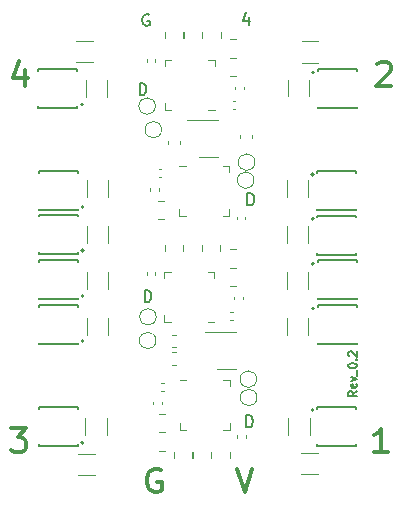
<source format=gbr>
%TF.GenerationSoftware,KiCad,Pcbnew,7.0.4*%
%TF.CreationDate,2023-05-25T14:45:12+03:00*%
%TF.ProjectId,fpv_findland_esc,6670765f-6669-46e6-946c-616e645f6573,Rev_0.2*%
%TF.SameCoordinates,Original*%
%TF.FileFunction,Legend,Top*%
%TF.FilePolarity,Positive*%
%FSLAX46Y46*%
G04 Gerber Fmt 4.6, Leading zero omitted, Abs format (unit mm)*
G04 Created by KiCad (PCBNEW 7.0.4) date 2023-05-25 14:45:12*
%MOMM*%
%LPD*%
G01*
G04 APERTURE LIST*
%ADD10C,0.150000*%
%ADD11C,0.300000*%
%ADD12C,0.120000*%
%ADD13C,0.127000*%
%ADD14C,0.200000*%
G04 APERTURE END LIST*
D10*
X148966533Y-86284649D02*
X148633200Y-86517982D01*
X148966533Y-86684649D02*
X148266533Y-86684649D01*
X148266533Y-86684649D02*
X148266533Y-86417982D01*
X148266533Y-86417982D02*
X148299866Y-86351316D01*
X148299866Y-86351316D02*
X148333200Y-86317982D01*
X148333200Y-86317982D02*
X148399866Y-86284649D01*
X148399866Y-86284649D02*
X148499866Y-86284649D01*
X148499866Y-86284649D02*
X148566533Y-86317982D01*
X148566533Y-86317982D02*
X148599866Y-86351316D01*
X148599866Y-86351316D02*
X148633200Y-86417982D01*
X148633200Y-86417982D02*
X148633200Y-86684649D01*
X148933200Y-85717982D02*
X148966533Y-85784649D01*
X148966533Y-85784649D02*
X148966533Y-85917982D01*
X148966533Y-85917982D02*
X148933200Y-85984649D01*
X148933200Y-85984649D02*
X148866533Y-86017982D01*
X148866533Y-86017982D02*
X148599866Y-86017982D01*
X148599866Y-86017982D02*
X148533200Y-85984649D01*
X148533200Y-85984649D02*
X148499866Y-85917982D01*
X148499866Y-85917982D02*
X148499866Y-85784649D01*
X148499866Y-85784649D02*
X148533200Y-85717982D01*
X148533200Y-85717982D02*
X148599866Y-85684649D01*
X148599866Y-85684649D02*
X148666533Y-85684649D01*
X148666533Y-85684649D02*
X148733200Y-86017982D01*
X148499866Y-85451316D02*
X148966533Y-85284649D01*
X148966533Y-85284649D02*
X148499866Y-85117982D01*
X149033200Y-85017983D02*
X149033200Y-84484649D01*
X148266533Y-84184650D02*
X148266533Y-84117983D01*
X148266533Y-84117983D02*
X148299866Y-84051316D01*
X148299866Y-84051316D02*
X148333200Y-84017983D01*
X148333200Y-84017983D02*
X148399866Y-83984650D01*
X148399866Y-83984650D02*
X148533200Y-83951316D01*
X148533200Y-83951316D02*
X148699866Y-83951316D01*
X148699866Y-83951316D02*
X148833200Y-83984650D01*
X148833200Y-83984650D02*
X148899866Y-84017983D01*
X148899866Y-84017983D02*
X148933200Y-84051316D01*
X148933200Y-84051316D02*
X148966533Y-84117983D01*
X148966533Y-84117983D02*
X148966533Y-84184650D01*
X148966533Y-84184650D02*
X148933200Y-84251316D01*
X148933200Y-84251316D02*
X148899866Y-84284650D01*
X148899866Y-84284650D02*
X148833200Y-84317983D01*
X148833200Y-84317983D02*
X148699866Y-84351316D01*
X148699866Y-84351316D02*
X148533200Y-84351316D01*
X148533200Y-84351316D02*
X148399866Y-84317983D01*
X148399866Y-84317983D02*
X148333200Y-84284650D01*
X148333200Y-84284650D02*
X148299866Y-84251316D01*
X148299866Y-84251316D02*
X148266533Y-84184650D01*
X148899866Y-83651316D02*
X148933200Y-83617983D01*
X148933200Y-83617983D02*
X148966533Y-83651316D01*
X148966533Y-83651316D02*
X148933200Y-83684649D01*
X148933200Y-83684649D02*
X148899866Y-83651316D01*
X148899866Y-83651316D02*
X148966533Y-83651316D01*
X148333200Y-83351316D02*
X148299866Y-83317983D01*
X148299866Y-83317983D02*
X148266533Y-83251316D01*
X148266533Y-83251316D02*
X148266533Y-83084650D01*
X148266533Y-83084650D02*
X148299866Y-83017983D01*
X148299866Y-83017983D02*
X148333200Y-82984650D01*
X148333200Y-82984650D02*
X148399866Y-82951316D01*
X148399866Y-82951316D02*
X148466533Y-82951316D01*
X148466533Y-82951316D02*
X148566533Y-82984650D01*
X148566533Y-82984650D02*
X148966533Y-83384650D01*
X148966533Y-83384650D02*
X148966533Y-82951316D01*
X139714411Y-70569819D02*
X139714411Y-69569819D01*
X139714411Y-69569819D02*
X139952506Y-69569819D01*
X139952506Y-69569819D02*
X140095363Y-69617438D01*
X140095363Y-69617438D02*
X140190601Y-69712676D01*
X140190601Y-69712676D02*
X140238220Y-69807914D01*
X140238220Y-69807914D02*
X140285839Y-69998390D01*
X140285839Y-69998390D02*
X140285839Y-70141247D01*
X140285839Y-70141247D02*
X140238220Y-70331723D01*
X140238220Y-70331723D02*
X140190601Y-70426961D01*
X140190601Y-70426961D02*
X140095363Y-70522200D01*
X140095363Y-70522200D02*
X139952506Y-70569819D01*
X139952506Y-70569819D02*
X139714411Y-70569819D01*
D11*
X151596177Y-91489638D02*
X150453320Y-91489638D01*
X151024748Y-91489638D02*
X151024748Y-89489638D01*
X151024748Y-89489638D02*
X150834272Y-89775352D01*
X150834272Y-89775352D02*
X150643796Y-89965828D01*
X150643796Y-89965828D02*
X150453320Y-90061066D01*
X120855701Y-59156304D02*
X120855701Y-60489638D01*
X120379510Y-58394400D02*
X119903320Y-59822971D01*
X119903320Y-59822971D02*
X121141415Y-59822971D01*
D10*
X139815601Y-54628152D02*
X139815601Y-55294819D01*
X139577506Y-54247200D02*
X139339411Y-54961485D01*
X139339411Y-54961485D02*
X139958458Y-54961485D01*
X130589411Y-61244819D02*
X130589411Y-60244819D01*
X130589411Y-60244819D02*
X130827506Y-60244819D01*
X130827506Y-60244819D02*
X130970363Y-60292438D01*
X130970363Y-60292438D02*
X131065601Y-60387676D01*
X131065601Y-60387676D02*
X131113220Y-60482914D01*
X131113220Y-60482914D02*
X131160839Y-60673390D01*
X131160839Y-60673390D02*
X131160839Y-60816247D01*
X131160839Y-60816247D02*
X131113220Y-61006723D01*
X131113220Y-61006723D02*
X131065601Y-61101961D01*
X131065601Y-61101961D02*
X130970363Y-61197200D01*
X130970363Y-61197200D02*
X130827506Y-61244819D01*
X130827506Y-61244819D02*
X130589411Y-61244819D01*
X131014411Y-78769819D02*
X131014411Y-77769819D01*
X131014411Y-77769819D02*
X131252506Y-77769819D01*
X131252506Y-77769819D02*
X131395363Y-77817438D01*
X131395363Y-77817438D02*
X131490601Y-77912676D01*
X131490601Y-77912676D02*
X131538220Y-78007914D01*
X131538220Y-78007914D02*
X131585839Y-78198390D01*
X131585839Y-78198390D02*
X131585839Y-78341247D01*
X131585839Y-78341247D02*
X131538220Y-78531723D01*
X131538220Y-78531723D02*
X131490601Y-78626961D01*
X131490601Y-78626961D02*
X131395363Y-78722200D01*
X131395363Y-78722200D02*
X131252506Y-78769819D01*
X131252506Y-78769819D02*
X131014411Y-78769819D01*
X131388220Y-54442438D02*
X131292982Y-54394819D01*
X131292982Y-54394819D02*
X131150125Y-54394819D01*
X131150125Y-54394819D02*
X131007268Y-54442438D01*
X131007268Y-54442438D02*
X130912030Y-54537676D01*
X130912030Y-54537676D02*
X130864411Y-54632914D01*
X130864411Y-54632914D02*
X130816792Y-54823390D01*
X130816792Y-54823390D02*
X130816792Y-54966247D01*
X130816792Y-54966247D02*
X130864411Y-55156723D01*
X130864411Y-55156723D02*
X130912030Y-55251961D01*
X130912030Y-55251961D02*
X131007268Y-55347200D01*
X131007268Y-55347200D02*
X131150125Y-55394819D01*
X131150125Y-55394819D02*
X131245363Y-55394819D01*
X131245363Y-55394819D02*
X131388220Y-55347200D01*
X131388220Y-55347200D02*
X131435839Y-55299580D01*
X131435839Y-55299580D02*
X131435839Y-54966247D01*
X131435839Y-54966247D02*
X131245363Y-54966247D01*
D11*
X150728320Y-58630114D02*
X150823558Y-58534876D01*
X150823558Y-58534876D02*
X151014034Y-58439638D01*
X151014034Y-58439638D02*
X151490225Y-58439638D01*
X151490225Y-58439638D02*
X151680701Y-58534876D01*
X151680701Y-58534876D02*
X151775939Y-58630114D01*
X151775939Y-58630114D02*
X151871177Y-58820590D01*
X151871177Y-58820590D02*
X151871177Y-59011066D01*
X151871177Y-59011066D02*
X151775939Y-59296780D01*
X151775939Y-59296780D02*
X150633082Y-60439638D01*
X150633082Y-60439638D02*
X151871177Y-60439638D01*
X132371177Y-92959876D02*
X132180701Y-92864638D01*
X132180701Y-92864638D02*
X131894987Y-92864638D01*
X131894987Y-92864638D02*
X131609272Y-92959876D01*
X131609272Y-92959876D02*
X131418796Y-93150352D01*
X131418796Y-93150352D02*
X131323558Y-93340828D01*
X131323558Y-93340828D02*
X131228320Y-93721780D01*
X131228320Y-93721780D02*
X131228320Y-94007495D01*
X131228320Y-94007495D02*
X131323558Y-94388447D01*
X131323558Y-94388447D02*
X131418796Y-94578923D01*
X131418796Y-94578923D02*
X131609272Y-94769400D01*
X131609272Y-94769400D02*
X131894987Y-94864638D01*
X131894987Y-94864638D02*
X132085463Y-94864638D01*
X132085463Y-94864638D02*
X132371177Y-94769400D01*
X132371177Y-94769400D02*
X132466415Y-94674161D01*
X132466415Y-94674161D02*
X132466415Y-94007495D01*
X132466415Y-94007495D02*
X132085463Y-94007495D01*
X119733082Y-89464638D02*
X120971177Y-89464638D01*
X120971177Y-89464638D02*
X120304510Y-90226542D01*
X120304510Y-90226542D02*
X120590225Y-90226542D01*
X120590225Y-90226542D02*
X120780701Y-90321780D01*
X120780701Y-90321780D02*
X120875939Y-90417019D01*
X120875939Y-90417019D02*
X120971177Y-90607495D01*
X120971177Y-90607495D02*
X120971177Y-91083685D01*
X120971177Y-91083685D02*
X120875939Y-91274161D01*
X120875939Y-91274161D02*
X120780701Y-91369400D01*
X120780701Y-91369400D02*
X120590225Y-91464638D01*
X120590225Y-91464638D02*
X120018796Y-91464638D01*
X120018796Y-91464638D02*
X119828320Y-91369400D01*
X119828320Y-91369400D02*
X119733082Y-91274161D01*
X138812844Y-92864638D02*
X139479510Y-94864638D01*
X139479510Y-94864638D02*
X140146177Y-92864638D01*
D10*
X139614411Y-89369819D02*
X139614411Y-88369819D01*
X139614411Y-88369819D02*
X139852506Y-88369819D01*
X139852506Y-88369819D02*
X139995363Y-88417438D01*
X139995363Y-88417438D02*
X140090601Y-88512676D01*
X140090601Y-88512676D02*
X140138220Y-88607914D01*
X140138220Y-88607914D02*
X140185839Y-88798390D01*
X140185839Y-88798390D02*
X140185839Y-88941247D01*
X140185839Y-88941247D02*
X140138220Y-89131723D01*
X140138220Y-89131723D02*
X140090601Y-89226961D01*
X140090601Y-89226961D02*
X139995363Y-89322200D01*
X139995363Y-89322200D02*
X139852506Y-89369819D01*
X139852506Y-89369819D02*
X139614411Y-89369819D01*
D12*
%TO.C,RN24*%
X135895000Y-55925000D02*
X135895000Y-56425000D01*
X137455000Y-55925000D02*
X137455000Y-56425000D01*
%TO.C,RN8*%
X136630000Y-91975000D02*
X136630000Y-91475000D01*
X135070000Y-91975000D02*
X135070000Y-91475000D01*
D13*
%TO.C,Q14*%
X148950000Y-71450000D02*
X148950000Y-71595000D01*
X145650000Y-71450000D02*
X148950000Y-71450000D01*
X145650000Y-71595000D02*
X145650000Y-71450000D01*
X148950000Y-74605000D02*
X148950000Y-74750000D01*
X148950000Y-74750000D02*
X145650000Y-74750000D01*
X145650000Y-74750000D02*
X145650000Y-74605000D01*
D14*
X145350000Y-71725000D02*
G75*
G03*
X145350000Y-71725000I-100000J0D01*
G01*
D12*
%TO.C,C63*%
X127935000Y-80138748D02*
X127935000Y-81561252D01*
X126115000Y-80138748D02*
X126115000Y-81561252D01*
D13*
%TO.C,Q10*%
X122062500Y-71000000D02*
X122062500Y-70855000D01*
X125362500Y-71000000D02*
X122062500Y-71000000D01*
X125362500Y-70855000D02*
X125362500Y-71000000D01*
X122062500Y-67845000D02*
X122062500Y-67700000D01*
X122062500Y-67700000D02*
X125362500Y-67700000D01*
X125362500Y-67700000D02*
X125362500Y-67845000D01*
D14*
X125862500Y-70725000D02*
G75*
G03*
X125862500Y-70725000I-100000J0D01*
G01*
D12*
%TO.C,RN14*%
X132125000Y-71755000D02*
X132625000Y-71755000D01*
X132125000Y-70195000D02*
X132625000Y-70195000D01*
D13*
%TO.C,Q18*%
X148975000Y-59075000D02*
X148975000Y-59220000D01*
X145675000Y-59075000D02*
X148975000Y-59075000D01*
X145675000Y-59220000D02*
X145675000Y-59075000D01*
X148975000Y-62230000D02*
X148975000Y-62375000D01*
X148975000Y-62375000D02*
X145675000Y-62375000D01*
X145675000Y-62375000D02*
X145675000Y-62230000D01*
D14*
X145375000Y-59350000D02*
G75*
G03*
X145375000Y-59350000I-100000J0D01*
G01*
D12*
%TO.C,C32*%
X133640580Y-84060000D02*
X133359420Y-84060000D01*
X133640580Y-83040000D02*
X133359420Y-83040000D01*
%TO.C,C15*%
X131190000Y-58445336D02*
X131190000Y-58229664D01*
X131910000Y-58445336D02*
X131910000Y-58229664D01*
%TO.C,TP5*%
X131925000Y-62175000D02*
G75*
G03*
X131925000Y-62175000I-700000J0D01*
G01*
%TO.C,C57*%
X126115000Y-69861252D02*
X126115000Y-68438748D01*
X127935000Y-69861252D02*
X127935000Y-68438748D01*
%TO.C,C64*%
X126115000Y-77661252D02*
X126115000Y-76238748D01*
X127935000Y-77661252D02*
X127935000Y-76238748D01*
%TO.C,C49*%
X144885000Y-72338748D02*
X144885000Y-73761252D01*
X143065000Y-72338748D02*
X143065000Y-73761252D01*
%TO.C,C16*%
X139410000Y-60542164D02*
X139410000Y-60757836D01*
X138690000Y-60542164D02*
X138690000Y-60757836D01*
%TO.C,RN28*%
X132719503Y-73925000D02*
X132719503Y-74425000D01*
X134279503Y-73925000D02*
X134279503Y-74425000D01*
%TO.C,U1*%
X133990000Y-89560000D02*
X133990000Y-89010000D01*
X134540000Y-85340000D02*
X133990000Y-85340000D01*
X134540000Y-89560000D02*
X133990000Y-89560000D01*
X137660000Y-85340000D02*
X138210000Y-85340000D01*
X137660000Y-89560000D02*
X138210000Y-89560000D01*
X138210000Y-85340000D02*
X138210000Y-85890000D01*
X138210000Y-89560000D02*
X138210000Y-89010000D01*
%TO.C,C5*%
X139535000Y-71542164D02*
X139535000Y-71757836D01*
X138815000Y-71542164D02*
X138815000Y-71757836D01*
%TO.C,C1*%
X139585000Y-90042164D02*
X139585000Y-90257836D01*
X138865000Y-90042164D02*
X138865000Y-90257836D01*
%TO.C,C4*%
X131765000Y-87432836D02*
X131765000Y-87217164D01*
X132485000Y-87432836D02*
X132485000Y-87217164D01*
%TO.C,RN4*%
X132200000Y-91342500D02*
X132700000Y-91342500D01*
X132200000Y-89782500D02*
X132700000Y-89782500D01*
%TO.C,C23*%
X131189503Y-76457836D02*
X131189503Y-76242164D01*
X131909503Y-76457836D02*
X131909503Y-76242164D01*
%TO.C,C52*%
X145711252Y-93360000D02*
X144288748Y-93360000D01*
X145711252Y-91540000D02*
X144288748Y-91540000D01*
%TO.C,C58*%
X127935000Y-72338748D02*
X127935000Y-73761252D01*
X126115000Y-72338748D02*
X126115000Y-73761252D01*
%TO.C,C30*%
X133640580Y-82585000D02*
X133359420Y-82585000D01*
X133640580Y-81565000D02*
X133359420Y-81565000D01*
%TO.C,TP6*%
X132450000Y-64175000D02*
G75*
G03*
X132450000Y-64175000I-700000J0D01*
G01*
%TO.C,C18*%
X138492164Y-61715000D02*
X138707836Y-61715000D01*
X138492164Y-62435000D02*
X138707836Y-62435000D01*
%TO.C,C31*%
X134035000Y-65109420D02*
X134035000Y-65390580D01*
X133015000Y-65109420D02*
X133015000Y-65390580D01*
D13*
%TO.C,Q22*%
X148962500Y-79050000D02*
X148962500Y-79195000D01*
X145662500Y-79050000D02*
X148962500Y-79050000D01*
X145662500Y-79195000D02*
X145662500Y-79050000D01*
X148962500Y-82205000D02*
X148962500Y-82350000D01*
X148962500Y-82350000D02*
X145662500Y-82350000D01*
X145662500Y-82350000D02*
X145662500Y-82205000D01*
D14*
X145362500Y-79325000D02*
G75*
G03*
X145362500Y-79325000I-100000J0D01*
G01*
D12*
%TO.C,RN30*%
X138724503Y-75870000D02*
X138224503Y-75870000D01*
X138724503Y-77430000D02*
X138224503Y-77430000D01*
%TO.C,C68*%
X145736252Y-58510000D02*
X144313748Y-58510000D01*
X145736252Y-56690000D02*
X144313748Y-56690000D01*
%TO.C,C55*%
X144985000Y-88613748D02*
X144985000Y-90036252D01*
X143165000Y-88613748D02*
X143165000Y-90036252D01*
D13*
%TO.C,Q24*%
X148962500Y-75250000D02*
X148962500Y-75395000D01*
X145662500Y-75250000D02*
X148962500Y-75250000D01*
X145662500Y-75395000D02*
X145662500Y-75250000D01*
X148962500Y-78405000D02*
X148962500Y-78550000D01*
X148962500Y-78550000D02*
X145662500Y-78550000D01*
X145662500Y-78550000D02*
X145662500Y-78405000D01*
D14*
X145362500Y-75525000D02*
G75*
G03*
X145362500Y-75525000I-100000J0D01*
G01*
D12*
%TO.C,C51*%
X125363748Y-91615000D02*
X126786252Y-91615000D01*
X125363748Y-93435000D02*
X126786252Y-93435000D01*
%TO.C,TP8*%
X131975000Y-82025000D02*
G75*
G03*
X131975000Y-82025000I-700000J0D01*
G01*
%TO.C,C48*%
X143065000Y-69861252D02*
X143065000Y-68438748D01*
X144885000Y-69861252D02*
X144885000Y-68438748D01*
D13*
%TO.C,Q16*%
X148925000Y-67700000D02*
X148925000Y-67845000D01*
X145625000Y-67700000D02*
X148925000Y-67700000D01*
X145625000Y-67845000D02*
X145625000Y-67700000D01*
X148925000Y-70855000D02*
X148925000Y-71000000D01*
X148925000Y-71000000D02*
X145625000Y-71000000D01*
X145625000Y-71000000D02*
X145625000Y-70855000D01*
D14*
X145325000Y-67975000D02*
G75*
G03*
X145325000Y-67975000I-100000J0D01*
G01*
D12*
%TO.C,TP4*%
X140350000Y-66925000D02*
G75*
G03*
X140350000Y-66925000I-700000J0D01*
G01*
D13*
%TO.C,Q20*%
X148937500Y-87650000D02*
X148937500Y-87795000D01*
X145637500Y-87650000D02*
X148937500Y-87650000D01*
X145637500Y-87795000D02*
X145637500Y-87650000D01*
X148937500Y-90805000D02*
X148937500Y-90950000D01*
X148937500Y-90950000D02*
X145637500Y-90950000D01*
X145637500Y-90950000D02*
X145637500Y-90805000D01*
D14*
X145337500Y-87925000D02*
G75*
G03*
X145337500Y-87925000I-100000J0D01*
G01*
D12*
%TO.C,C50*%
X144885000Y-80138748D02*
X144885000Y-81561252D01*
X143065000Y-80138748D02*
X143065000Y-81561252D01*
%TO.C,RN32*%
X135869503Y-73925000D02*
X135869503Y-74425000D01*
X137429503Y-73925000D02*
X137429503Y-74425000D01*
%TO.C,C25*%
X138266667Y-79590000D02*
X138482339Y-79590000D01*
X138266667Y-80310000D02*
X138482339Y-80310000D01*
%TO.C,RN6*%
X132200000Y-89792500D02*
X132700000Y-89792500D01*
X132200000Y-88232500D02*
X132700000Y-88232500D01*
%TO.C,RN7*%
X138230000Y-91975000D02*
X138230000Y-91475000D01*
X136670000Y-91975000D02*
X136670000Y-91475000D01*
%TO.C,C40*%
X125238748Y-56640000D02*
X126661252Y-56640000D01*
X125238748Y-58460000D02*
X126661252Y-58460000D01*
%TO.C,U9*%
X137925000Y-81290000D02*
X136125000Y-81290000D01*
X137925000Y-81290000D02*
X138725000Y-81290000D01*
X137925000Y-84410000D02*
X137125000Y-84410000D01*
X137925000Y-84410000D02*
X138725000Y-84410000D01*
%TO.C,TP1*%
X140525000Y-86850000D02*
G75*
G03*
X140525000Y-86850000I-700000J0D01*
G01*
D13*
%TO.C,Q4*%
X122050000Y-82350000D02*
X122050000Y-82205000D01*
X125350000Y-82350000D02*
X122050000Y-82350000D01*
X125350000Y-82205000D02*
X125350000Y-82350000D01*
X122050000Y-79195000D02*
X122050000Y-79050000D01*
X122050000Y-79050000D02*
X125350000Y-79050000D01*
X125350000Y-79050000D02*
X125350000Y-79195000D01*
D14*
X125850000Y-82075000D02*
G75*
G03*
X125850000Y-82075000I-100000J0D01*
G01*
D12*
%TO.C,RN29*%
X134294503Y-73925000D02*
X134294503Y-74425000D01*
X135854503Y-73925000D02*
X135854503Y-74425000D01*
%TO.C,C71*%
X143140000Y-61361252D02*
X143140000Y-59938748D01*
X144960000Y-61361252D02*
X144960000Y-59938748D01*
%TO.C,RN5*%
X135030000Y-91975000D02*
X135030000Y-91475000D01*
X133470000Y-91975000D02*
X133470000Y-91475000D01*
%TO.C,U3*%
X133940000Y-71460000D02*
X133940000Y-70910000D01*
X134490000Y-67240000D02*
X133940000Y-67240000D01*
X134490000Y-71460000D02*
X133940000Y-71460000D01*
X137610000Y-67240000D02*
X138160000Y-67240000D01*
X137610000Y-71460000D02*
X138160000Y-71460000D01*
X138160000Y-67240000D02*
X138160000Y-67790000D01*
X138160000Y-71460000D02*
X138160000Y-70910000D01*
%TO.C,TP2*%
X140500000Y-85300000D02*
G75*
G03*
X140500000Y-85300000I-700000J0D01*
G01*
%TO.C,U5*%
X136960000Y-58265000D02*
X136960000Y-58815000D01*
X136410000Y-62485000D02*
X136960000Y-62485000D01*
X136410000Y-58265000D02*
X136960000Y-58265000D01*
X133290000Y-62485000D02*
X132740000Y-62485000D01*
X133290000Y-58265000D02*
X132740000Y-58265000D01*
X132740000Y-62485000D02*
X132740000Y-61935000D01*
X132740000Y-58265000D02*
X132740000Y-58815000D01*
D13*
%TO.C,Q6*%
X122050000Y-90950000D02*
X122050000Y-90805000D01*
X125350000Y-90950000D02*
X122050000Y-90950000D01*
X125350000Y-90805000D02*
X125350000Y-90950000D01*
X122050000Y-87795000D02*
X122050000Y-87650000D01*
X122050000Y-87650000D02*
X125350000Y-87650000D01*
X125350000Y-87650000D02*
X125350000Y-87795000D01*
D14*
X125850000Y-90675000D02*
G75*
G03*
X125850000Y-90675000I-100000J0D01*
G01*
D12*
%TO.C,RN31*%
X138724503Y-74295000D02*
X138224503Y-74295000D01*
X138724503Y-75855000D02*
X138224503Y-75855000D01*
D13*
%TO.C,Q1*%
X122050000Y-78550000D02*
X122050000Y-78405000D01*
X125350000Y-78550000D02*
X122050000Y-78550000D01*
X125350000Y-78405000D02*
X125350000Y-78550000D01*
X122050000Y-75395000D02*
X122050000Y-75250000D01*
X122050000Y-75250000D02*
X125350000Y-75250000D01*
X125350000Y-75250000D02*
X125350000Y-75395000D01*
D14*
X125850000Y-78275000D02*
G75*
G03*
X125850000Y-78275000I-100000J0D01*
G01*
D12*
%TO.C,TP7*%
X132000000Y-80025000D02*
G75*
G03*
X132000000Y-80025000I-700000J0D01*
G01*
%TO.C,RN22*%
X138750000Y-58095000D02*
X138250000Y-58095000D01*
X138750000Y-59655000D02*
X138250000Y-59655000D01*
%TO.C,C8*%
X132407836Y-68185000D02*
X132192164Y-68185000D01*
X132407836Y-67465000D02*
X132192164Y-67465000D01*
%TO.C,RN21*%
X134320000Y-55925000D02*
X134320000Y-56425000D01*
X135880000Y-55925000D02*
X135880000Y-56425000D01*
%TO.C,C13*%
X132657836Y-86310000D02*
X132442164Y-86310000D01*
X132657836Y-85590000D02*
X132442164Y-85590000D01*
%TO.C,C38*%
X126015000Y-61386252D02*
X126015000Y-59963748D01*
X127835000Y-61386252D02*
X127835000Y-59963748D01*
%TO.C,C29*%
X140135000Y-64584420D02*
X140135000Y-64865580D01*
X139115000Y-64584420D02*
X139115000Y-64865580D01*
D13*
%TO.C,Q8*%
X122012500Y-62325000D02*
X122012500Y-62180000D01*
X125312500Y-62325000D02*
X122012500Y-62325000D01*
X125312500Y-62180000D02*
X125312500Y-62325000D01*
X122012500Y-59170000D02*
X122012500Y-59025000D01*
X122012500Y-59025000D02*
X125312500Y-59025000D01*
X125312500Y-59025000D02*
X125312500Y-59170000D01*
D14*
X125812500Y-62050000D02*
G75*
G03*
X125812500Y-62050000I-100000J0D01*
G01*
D12*
%TO.C,C53*%
X127810000Y-88613748D02*
X127810000Y-90036252D01*
X125990000Y-88613748D02*
X125990000Y-90036252D01*
%TO.C,C6*%
X131490000Y-69332836D02*
X131490000Y-69117164D01*
X132210000Y-69332836D02*
X132210000Y-69117164D01*
D13*
%TO.C,Q12*%
X122050000Y-74675000D02*
X122050000Y-74530000D01*
X125350000Y-74675000D02*
X122050000Y-74675000D01*
X125350000Y-74530000D02*
X125350000Y-74675000D01*
X122050000Y-71520000D02*
X122050000Y-71375000D01*
X122050000Y-71375000D02*
X125350000Y-71375000D01*
X125350000Y-71375000D02*
X125350000Y-71520000D01*
D14*
X125850000Y-74400000D02*
G75*
G03*
X125850000Y-74400000I-100000J0D01*
G01*
D12*
%TO.C,RN20*%
X132745000Y-55925000D02*
X132745000Y-56425000D01*
X134305000Y-55925000D02*
X134305000Y-56425000D01*
%TO.C,TP3*%
X140275000Y-68450000D02*
G75*
G03*
X140275000Y-68450000I-700000J0D01*
G01*
%TO.C,RN23*%
X138750000Y-56520000D02*
X138250000Y-56520000D01*
X138750000Y-58080000D02*
X138250000Y-58080000D01*
%TO.C,U11*%
X136400000Y-63365000D02*
X134600000Y-63365000D01*
X136400000Y-63365000D02*
X137200000Y-63365000D01*
X136400000Y-66485000D02*
X135600000Y-66485000D01*
X136400000Y-66485000D02*
X137200000Y-66485000D01*
%TO.C,C22*%
X139334503Y-78317164D02*
X139334503Y-78532836D01*
X138614503Y-78317164D02*
X138614503Y-78532836D01*
%TO.C,U7*%
X136910000Y-76215000D02*
X136910000Y-76765000D01*
X136360000Y-80435000D02*
X136910000Y-80435000D01*
X136360000Y-76215000D02*
X136910000Y-76215000D01*
X133240000Y-80435000D02*
X132690000Y-80435000D01*
X133240000Y-76215000D02*
X132690000Y-76215000D01*
X132690000Y-80435000D02*
X132690000Y-79885000D01*
X132690000Y-76215000D02*
X132690000Y-76765000D01*
%TO.C,C43*%
X143065000Y-77661252D02*
X143065000Y-76238748D01*
X144885000Y-77661252D02*
X144885000Y-76238748D01*
%TD*%
M02*

</source>
